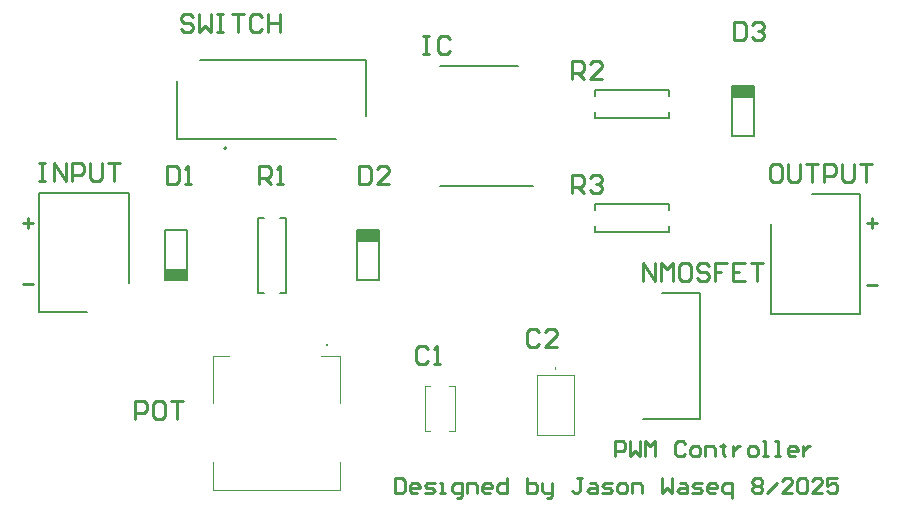
<source format=gto>
G04*
G04 #@! TF.GenerationSoftware,Altium Limited,Altium Designer,25.8.1 (18)*
G04*
G04 Layer_Color=65535*
%FSLAX44Y44*%
%MOMM*%
G71*
G04*
G04 #@! TF.SameCoordinates,FD4C0DAB-9491-4D72-95A4-0CDAAEB39303*
G04*
G04*
G04 #@! TF.FilePolarity,Positive*
G04*
G01*
G75*
%ADD10C,0.2000*%
%ADD11C,0.1000*%
%ADD12C,0.2540*%
%ADD13R,1.8500X0.9820*%
D10*
X262710Y137430D02*
G03*
X261710Y137430I-500J0D01*
G01*
D02*
G03*
X262710Y137430I500J0D01*
G01*
D02*
G03*
X261710Y137430I-500J0D01*
G01*
X175270Y304010D02*
G03*
X177270Y304010I1000J0D01*
G01*
D02*
G03*
X175270Y304010I-1000J0D01*
G01*
X455930Y118060D02*
G03*
X455930Y117060I0J-500D01*
G01*
D02*
G03*
X455930Y118060I0J500D01*
G01*
D02*
G03*
X455930Y117060I0J-500D01*
G01*
X18690Y165030D02*
X59690D01*
X18690D02*
Y266030D01*
X94690D01*
Y190030D02*
Y266030D01*
X295270Y331010D02*
Y378510D01*
X155270D02*
X295270D01*
X135270Y311510D02*
X270270D01*
X135270D02*
Y361010D01*
X530050Y74920D02*
X578350D01*
Y181620D01*
X546100D02*
X578350D01*
X605430Y314030D02*
Y356530D01*
Y314030D02*
X623930D01*
X605430Y356530D02*
X623930D01*
Y314030D02*
Y356530D01*
X638100Y164030D02*
Y240030D01*
Y164030D02*
X714100D01*
Y265030D01*
X673100D02*
X714100D01*
X203900Y181860D02*
Y244860D01*
X227900Y181860D02*
Y244860D01*
X222640D02*
X227900D01*
X203900Y181860D02*
X209160D01*
X203900Y244860D02*
X209160D01*
X222640Y181860D02*
X227900D01*
X489200Y329630D02*
X552200D01*
X489200Y353630D02*
X552200D01*
X489200Y348370D02*
Y353630D01*
X552200Y329630D02*
Y334890D01*
X489200Y329630D02*
Y334890D01*
X552200Y348370D02*
Y353630D01*
X358160Y271780D02*
X436510D01*
X358160Y373380D02*
X424160D01*
X489200Y233110D02*
X552200D01*
X489200Y257110D02*
X552200D01*
X489200Y251850D02*
Y257110D01*
X552200Y233110D02*
Y238370D01*
X489200Y233110D02*
Y238370D01*
X552200Y251850D02*
Y257110D01*
X287930Y192110D02*
Y234610D01*
Y192110D02*
X306430D01*
X287930Y234610D02*
X306430D01*
Y192110D02*
Y234610D01*
X143870Y192110D02*
Y234610D01*
X125370D02*
X143870D01*
X125370Y192110D02*
X143870D01*
X125370D02*
Y234610D01*
D11*
X166210Y88430D02*
Y128430D01*
Y88430D02*
Y128430D01*
X179710D01*
X166210D02*
X179710D01*
X257210D02*
X273210D01*
X257210D02*
X273210D01*
Y88430D02*
Y128430D01*
Y88430D02*
Y128430D01*
X166210Y14930D02*
Y38430D01*
Y14930D02*
Y38430D01*
Y14930D02*
X273210D01*
X166210D02*
X273210D01*
Y38430D01*
Y14930D02*
Y38430D01*
X471830Y60960D02*
Y111760D01*
X440030Y60960D02*
X471830D01*
X440030D02*
Y111760D01*
X471830D01*
X366140Y102870D02*
X370840D01*
Y64770D02*
Y102870D01*
X366140Y64770D02*
X370840D01*
X345440Y102870D02*
X350140D01*
X345440Y64770D02*
Y102870D01*
Y64770D02*
X350140D01*
D12*
X320040Y24548D02*
Y11852D01*
X326388D01*
X328504Y13968D01*
Y22432D01*
X326388Y24548D01*
X320040D01*
X339084Y11852D02*
X334852D01*
X332736Y13968D01*
Y18200D01*
X334852Y20316D01*
X339084D01*
X341200Y18200D01*
Y16084D01*
X332736D01*
X345432Y11852D02*
X351780D01*
X353896Y13968D01*
X351780Y16084D01*
X347548D01*
X345432Y18200D01*
X347548Y20316D01*
X353896D01*
X358128Y11852D02*
X362360D01*
X360244D01*
Y20316D01*
X358128D01*
X372939Y7620D02*
X375056D01*
X377172Y9736D01*
Y20316D01*
X370824D01*
X368708Y18200D01*
Y13968D01*
X370824Y11852D01*
X377172D01*
X381404D02*
Y20316D01*
X387751D01*
X389867Y18200D01*
Y11852D01*
X400447D02*
X396215D01*
X394099Y13968D01*
Y18200D01*
X396215Y20316D01*
X400447D01*
X402563Y18200D01*
Y16084D01*
X394099D01*
X415259Y24548D02*
Y11852D01*
X408911D01*
X406795Y13968D01*
Y18200D01*
X408911Y20316D01*
X415259D01*
X432187Y24548D02*
Y11852D01*
X438535D01*
X440651Y13968D01*
Y16084D01*
Y18200D01*
X438535Y20316D01*
X432187D01*
X444883D02*
Y13968D01*
X446999Y11852D01*
X453347D01*
Y9736D01*
X451231Y7620D01*
X449115D01*
X453347Y11852D02*
Y20316D01*
X478739Y24548D02*
X474507D01*
X476623D01*
Y13968D01*
X474507Y11852D01*
X472391D01*
X470275Y13968D01*
X485087Y20316D02*
X489319D01*
X491435Y18200D01*
Y11852D01*
X485087D01*
X482971Y13968D01*
X485087Y16084D01*
X491435D01*
X495666Y11852D02*
X502014D01*
X504130Y13968D01*
X502014Y16084D01*
X497782D01*
X495666Y18200D01*
X497782Y20316D01*
X504130D01*
X510478Y11852D02*
X514710D01*
X516826Y13968D01*
Y18200D01*
X514710Y20316D01*
X510478D01*
X508362Y18200D01*
Y13968D01*
X510478Y11852D01*
X521058D02*
Y20316D01*
X527406D01*
X529522Y18200D01*
Y11852D01*
X546450Y24548D02*
Y11852D01*
X550682Y16084D01*
X554914Y11852D01*
Y24548D01*
X561262Y20316D02*
X565494D01*
X567610Y18200D01*
Y11852D01*
X561262D01*
X559146Y13968D01*
X561262Y16084D01*
X567610D01*
X571842Y11852D02*
X578190D01*
X580306Y13968D01*
X578190Y16084D01*
X573958D01*
X571842Y18200D01*
X573958Y20316D01*
X580306D01*
X590886Y11852D02*
X586654D01*
X584538Y13968D01*
Y18200D01*
X586654Y20316D01*
X590886D01*
X593002Y18200D01*
Y16084D01*
X584538D01*
X605697Y7620D02*
Y20316D01*
X599350D01*
X597234Y18200D01*
Y13968D01*
X599350Y11852D01*
X605697D01*
X622625Y22432D02*
X624741Y24548D01*
X628973D01*
X631089Y22432D01*
Y20316D01*
X628973Y18200D01*
X631089Y16084D01*
Y13968D01*
X628973Y11852D01*
X624741D01*
X622625Y13968D01*
Y16084D01*
X624741Y18200D01*
X622625Y20316D01*
Y22432D01*
X624741Y18200D02*
X628973D01*
X635321Y11852D02*
X643785Y20316D01*
X656481Y11852D02*
X648017D01*
X656481Y20316D01*
Y22432D01*
X654365Y24548D01*
X650133D01*
X648017Y22432D01*
X660713D02*
X662829Y24548D01*
X667061D01*
X669177Y22432D01*
Y13968D01*
X667061Y11852D01*
X662829D01*
X660713Y13968D01*
Y22432D01*
X681873Y11852D02*
X673409D01*
X681873Y20316D01*
Y22432D01*
X679757Y24548D01*
X675525D01*
X673409Y22432D01*
X694569Y24548D02*
X686105D01*
Y18200D01*
X690337Y20316D01*
X692453D01*
X694569Y18200D01*
Y13968D01*
X692453Y11852D01*
X688221D01*
X686105Y13968D01*
X720090Y240452D02*
X728554D01*
X724322Y244684D02*
Y236220D01*
X720090Y187960D02*
X728554D01*
X5080Y189230D02*
X13544D01*
X5080Y240452D02*
X13544D01*
X9312Y244684D02*
Y236220D01*
X506730Y43180D02*
Y55876D01*
X513078D01*
X515194Y53760D01*
Y49528D01*
X513078Y47412D01*
X506730D01*
X519426Y55876D02*
Y43180D01*
X523658Y47412D01*
X527890Y43180D01*
Y55876D01*
X532122Y43180D02*
Y55876D01*
X536354Y51644D01*
X540586Y55876D01*
Y43180D01*
X565978Y53760D02*
X563862Y55876D01*
X559630D01*
X557514Y53760D01*
Y45296D01*
X559630Y43180D01*
X563862D01*
X565978Y45296D01*
X572325Y43180D02*
X576557D01*
X578673Y45296D01*
Y49528D01*
X576557Y51644D01*
X572325D01*
X570209Y49528D01*
Y45296D01*
X572325Y43180D01*
X582905D02*
Y51644D01*
X589253D01*
X591369Y49528D01*
Y43180D01*
X597717Y53760D02*
Y51644D01*
X595601D01*
X599833D01*
X597717D01*
Y45296D01*
X599833Y43180D01*
X606181Y51644D02*
Y43180D01*
Y47412D01*
X608297Y49528D01*
X610413Y51644D01*
X612529D01*
X620993Y43180D02*
X625225D01*
X627341Y45296D01*
Y49528D01*
X625225Y51644D01*
X620993D01*
X618877Y49528D01*
Y45296D01*
X620993Y43180D01*
X631573D02*
X635805D01*
X633689D01*
Y55876D01*
X631573D01*
X642153Y43180D02*
X646385D01*
X644269D01*
Y55876D01*
X642153D01*
X659081Y43180D02*
X654849D01*
X652733Y45296D01*
Y49528D01*
X654849Y51644D01*
X659081D01*
X661197Y49528D01*
Y47412D01*
X652733D01*
X665429Y51644D02*
Y43180D01*
Y47412D01*
X667545Y49528D01*
X669661Y51644D01*
X671777D01*
X18542Y291587D02*
X23620D01*
X21081D01*
Y276352D01*
X18542D01*
X23620D01*
X31238D02*
Y291587D01*
X41395Y276352D01*
Y291587D01*
X46473Y276352D02*
Y291587D01*
X54090D01*
X56630Y289048D01*
Y283969D01*
X54090Y281430D01*
X46473D01*
X61708Y291587D02*
Y278891D01*
X64247Y276352D01*
X69326D01*
X71865Y278891D01*
Y291587D01*
X76943D02*
X87100D01*
X82022D01*
Y276352D01*
X100337Y74932D02*
Y90168D01*
X107954D01*
X110493Y87628D01*
Y82550D01*
X107954Y80011D01*
X100337D01*
X123189Y90168D02*
X118111D01*
X115572Y87628D01*
Y77472D01*
X118111Y74932D01*
X123189D01*
X125728Y77472D01*
Y87628D01*
X123189Y90168D01*
X130807D02*
X140963D01*
X135885D01*
Y74932D01*
X149240Y415288D02*
X146701Y417827D01*
X141623D01*
X139084Y415288D01*
Y412749D01*
X141623Y410210D01*
X146701D01*
X149240Y407671D01*
Y405132D01*
X146701Y402593D01*
X141623D01*
X139084Y405132D01*
X154319Y417827D02*
Y402593D01*
X159397Y407671D01*
X164475Y402593D01*
Y417827D01*
X169554D02*
X174632D01*
X172093D01*
Y402593D01*
X169554D01*
X174632D01*
X182250Y417827D02*
X192406D01*
X187328D01*
Y402593D01*
X207642Y415288D02*
X205102Y417827D01*
X200024D01*
X197485Y415288D01*
Y405132D01*
X200024Y402593D01*
X205102D01*
X207642Y405132D01*
X212720Y417827D02*
Y402593D01*
Y410210D01*
X222876D01*
Y417827D01*
Y402593D01*
X470154Y265938D02*
Y281173D01*
X477771D01*
X480311Y278634D01*
Y273556D01*
X477771Y271016D01*
X470154D01*
X475232D02*
X480311Y265938D01*
X485389Y278634D02*
X487928Y281173D01*
X493007D01*
X495546Y278634D01*
Y276095D01*
X493007Y273556D01*
X490467D01*
X493007D01*
X495546Y271016D01*
Y268477D01*
X493007Y265938D01*
X487928D01*
X485389Y268477D01*
X470154Y362458D02*
Y377693D01*
X477771D01*
X480311Y375154D01*
Y370075D01*
X477771Y367536D01*
X470154D01*
X475232D02*
X480311Y362458D01*
X495546D02*
X485389D01*
X495546Y372615D01*
Y375154D01*
X493007Y377693D01*
X487928D01*
X485389Y375154D01*
X205232Y274066D02*
Y289301D01*
X212850D01*
X215389Y286762D01*
Y281684D01*
X212850Y279144D01*
X205232D01*
X210310D02*
X215389Y274066D01*
X220467D02*
X225545D01*
X223006D01*
Y289301D01*
X220467Y286762D01*
X645412Y290518D02*
X640333D01*
X637794Y287979D01*
Y277822D01*
X640333Y275283D01*
X645412D01*
X647951Y277822D01*
Y287979D01*
X645412Y290518D01*
X653029D02*
Y277822D01*
X655568Y275283D01*
X660647D01*
X663186Y277822D01*
Y290518D01*
X668264D02*
X678421D01*
X673343D01*
Y275283D01*
X683499D02*
Y290518D01*
X691117D01*
X693656Y287979D01*
Y282900D01*
X691117Y280361D01*
X683499D01*
X698734Y290518D02*
Y277822D01*
X701273Y275283D01*
X706352D01*
X708891Y277822D01*
Y290518D01*
X713969D02*
X724126D01*
X719048D01*
Y275283D01*
X529844Y192024D02*
Y207259D01*
X540001Y192024D01*
Y207259D01*
X545079Y192024D02*
Y207259D01*
X550157Y202181D01*
X555236Y207259D01*
Y192024D01*
X567932Y207259D02*
X562853D01*
X560314Y204720D01*
Y194563D01*
X562853Y192024D01*
X567932D01*
X570471Y194563D01*
Y204720D01*
X567932Y207259D01*
X585706Y204720D02*
X583167Y207259D01*
X578088D01*
X575549Y204720D01*
Y202181D01*
X578088Y199641D01*
X583167D01*
X585706Y197102D01*
Y194563D01*
X583167Y192024D01*
X578088D01*
X575549Y194563D01*
X600941Y207259D02*
X590784D01*
Y199641D01*
X595863D01*
X590784D01*
Y192024D01*
X616176Y207259D02*
X606019D01*
Y192024D01*
X616176D01*
X606019Y199641D02*
X611098D01*
X621254Y207259D02*
X631411D01*
X626333D01*
Y192024D01*
X343916Y399029D02*
X348994D01*
X346455D01*
Y383794D01*
X343916D01*
X348994D01*
X366769Y396490D02*
X364229Y399029D01*
X359151D01*
X356612Y396490D01*
Y386333D01*
X359151Y383794D01*
X364229D01*
X366769Y386333D01*
X606806Y411221D02*
Y395986D01*
X614423D01*
X616963Y398525D01*
Y408682D01*
X614423Y411221D01*
X606806D01*
X622041Y408682D02*
X624580Y411221D01*
X629659D01*
X632198Y408682D01*
Y406143D01*
X629659Y403604D01*
X627119D01*
X629659D01*
X632198Y401064D01*
Y398525D01*
X629659Y395986D01*
X624580D01*
X622041Y398525D01*
X289306Y289301D02*
Y274066D01*
X296924D01*
X299463Y276605D01*
Y286762D01*
X296924Y289301D01*
X289306D01*
X314698Y274066D02*
X304541D01*
X314698Y284223D01*
Y286762D01*
X312159Y289301D01*
X307080D01*
X304541Y286762D01*
X126746Y289301D02*
Y274066D01*
X134363D01*
X136903Y276605D01*
Y286762D01*
X134363Y289301D01*
X126746D01*
X141981Y274066D02*
X147059D01*
X144520D01*
Y289301D01*
X141981Y286762D01*
X442211Y148840D02*
X439672Y151379D01*
X434593D01*
X432054Y148840D01*
Y138683D01*
X434593Y136144D01*
X439672D01*
X442211Y138683D01*
X457446Y136144D02*
X447289D01*
X457446Y146301D01*
Y148840D01*
X454907Y151379D01*
X449828D01*
X447289Y148840D01*
X347723Y133854D02*
X345183Y136393D01*
X340105D01*
X337566Y133854D01*
Y123697D01*
X340105Y121158D01*
X345183D01*
X347723Y123697D01*
X352801Y121158D02*
X357879D01*
X355340D01*
Y136393D01*
X352801Y133854D01*
D13*
X614680Y351620D02*
D03*
X297180Y229700D02*
D03*
X134620Y197020D02*
D03*
M02*

</source>
